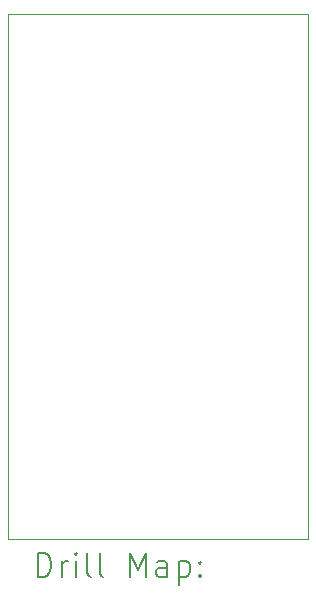
<source format=gbr>
%TF.GenerationSoftware,KiCad,Pcbnew,6.0.8-f2edbf62ab~116~ubuntu22.04.1*%
%TF.CreationDate,2022-10-12T19:38:26+02:00*%
%TF.ProjectId,Amiga dual floppy selector,416d6967-6120-4647-9561-6c20666c6f70,0.2*%
%TF.SameCoordinates,Original*%
%TF.FileFunction,Drillmap*%
%TF.FilePolarity,Positive*%
%FSLAX45Y45*%
G04 Gerber Fmt 4.5, Leading zero omitted, Abs format (unit mm)*
G04 Created by KiCad (PCBNEW 6.0.8-f2edbf62ab~116~ubuntu22.04.1) date 2022-10-12 19:38:26*
%MOMM*%
%LPD*%
G01*
G04 APERTURE LIST*
%ADD10C,0.100000*%
%ADD11C,0.200000*%
G04 APERTURE END LIST*
D10*
X13144500Y-6667500D02*
X10604500Y-6667500D01*
X10604500Y-6667500D02*
X10604500Y-11112500D01*
X13144500Y-11112500D02*
X13144500Y-6667500D01*
X10604500Y-11112500D02*
X13144500Y-11112500D01*
D11*
X10857119Y-11427976D02*
X10857119Y-11227976D01*
X10904738Y-11227976D01*
X10933310Y-11237500D01*
X10952357Y-11256548D01*
X10961881Y-11275595D01*
X10971405Y-11313690D01*
X10971405Y-11342262D01*
X10961881Y-11380357D01*
X10952357Y-11399405D01*
X10933310Y-11418452D01*
X10904738Y-11427976D01*
X10857119Y-11427976D01*
X11057119Y-11427976D02*
X11057119Y-11294643D01*
X11057119Y-11332738D02*
X11066643Y-11313690D01*
X11076167Y-11304167D01*
X11095214Y-11294643D01*
X11114262Y-11294643D01*
X11180929Y-11427976D02*
X11180929Y-11294643D01*
X11180929Y-11227976D02*
X11171405Y-11237500D01*
X11180929Y-11247024D01*
X11190452Y-11237500D01*
X11180929Y-11227976D01*
X11180929Y-11247024D01*
X11304738Y-11427976D02*
X11285690Y-11418452D01*
X11276167Y-11399405D01*
X11276167Y-11227976D01*
X11409500Y-11427976D02*
X11390452Y-11418452D01*
X11380928Y-11399405D01*
X11380928Y-11227976D01*
X11638071Y-11427976D02*
X11638071Y-11227976D01*
X11704738Y-11370833D01*
X11771405Y-11227976D01*
X11771405Y-11427976D01*
X11952357Y-11427976D02*
X11952357Y-11323214D01*
X11942833Y-11304167D01*
X11923786Y-11294643D01*
X11885690Y-11294643D01*
X11866643Y-11304167D01*
X11952357Y-11418452D02*
X11933309Y-11427976D01*
X11885690Y-11427976D01*
X11866643Y-11418452D01*
X11857119Y-11399405D01*
X11857119Y-11380357D01*
X11866643Y-11361309D01*
X11885690Y-11351786D01*
X11933309Y-11351786D01*
X11952357Y-11342262D01*
X12047595Y-11294643D02*
X12047595Y-11494643D01*
X12047595Y-11304167D02*
X12066643Y-11294643D01*
X12104738Y-11294643D01*
X12123786Y-11304167D01*
X12133309Y-11313690D01*
X12142833Y-11332738D01*
X12142833Y-11389881D01*
X12133309Y-11408928D01*
X12123786Y-11418452D01*
X12104738Y-11427976D01*
X12066643Y-11427976D01*
X12047595Y-11418452D01*
X12228548Y-11408928D02*
X12238071Y-11418452D01*
X12228548Y-11427976D01*
X12219024Y-11418452D01*
X12228548Y-11408928D01*
X12228548Y-11427976D01*
X12228548Y-11304167D02*
X12238071Y-11313690D01*
X12228548Y-11323214D01*
X12219024Y-11313690D01*
X12228548Y-11304167D01*
X12228548Y-11323214D01*
M02*

</source>
